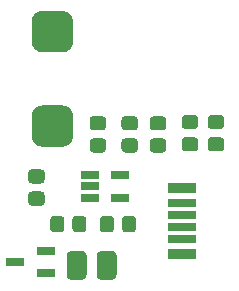
<source format=gbr>
%TF.GenerationSoftware,KiCad,Pcbnew,(5.1.6)-1*%
%TF.CreationDate,2022-07-31T05:26:31+09:00*%
%TF.ProjectId,az-core-bottom,617a2d63-6f72-4652-9d62-6f74746f6d2e,rev?*%
%TF.SameCoordinates,Original*%
%TF.FileFunction,Paste,Top*%
%TF.FilePolarity,Positive*%
%FSLAX46Y46*%
G04 Gerber Fmt 4.6, Leading zero omitted, Abs format (unit mm)*
G04 Created by KiCad (PCBNEW (5.1.6)-1) date 2022-07-31 05:26:31*
%MOMM*%
%LPD*%
G01*
G04 APERTURE LIST*
%ADD10R,1.600000X0.650000*%
%ADD11R,2.400000X0.900000*%
%ADD12R,2.400000X0.800000*%
%ADD13R,2.400000X0.700000*%
G04 APERTURE END LIST*
D10*
%TO.C,U2*%
X150400000Y-112250000D03*
X150400000Y-114150000D03*
X147800000Y-113200000D03*
%TD*%
%TO.C,U1*%
X154100000Y-105850000D03*
X154100000Y-106800000D03*
X154100000Y-107750000D03*
X156700000Y-107750000D03*
X156700000Y-105850000D03*
%TD*%
%TO.C,J3*%
G36*
G01*
X153425000Y-114750000D02*
X152575000Y-114750000D01*
G75*
G02*
X152150000Y-114325000I0J425000D01*
G01*
X152150000Y-112675000D01*
G75*
G02*
X152575000Y-112250000I425000J0D01*
G01*
X153425000Y-112250000D01*
G75*
G02*
X153850000Y-112675000I0J-425000D01*
G01*
X153850000Y-114325000D01*
G75*
G02*
X153425000Y-114750000I-425000J0D01*
G01*
G37*
G36*
G01*
X155965000Y-114750000D02*
X155115000Y-114750000D01*
G75*
G02*
X154690000Y-114325000I0J425000D01*
G01*
X154690000Y-112675000D01*
G75*
G02*
X155115000Y-112250000I425000J0D01*
G01*
X155965000Y-112250000D01*
G75*
G02*
X156390000Y-112675000I0J-425000D01*
G01*
X156390000Y-114325000D01*
G75*
G02*
X155965000Y-114750000I-425000J0D01*
G01*
G37*
%TD*%
%TO.C,R1*%
G36*
G01*
X149200000Y-105362500D02*
X150000000Y-105362500D01*
G75*
G02*
X150300000Y-105662500I0J-300000D01*
G01*
X150300000Y-106262500D01*
G75*
G02*
X150000000Y-106562500I-300000J0D01*
G01*
X149200000Y-106562500D01*
G75*
G02*
X148900000Y-106262500I0J300000D01*
G01*
X148900000Y-105662500D01*
G75*
G02*
X149200000Y-105362500I300000J0D01*
G01*
G37*
G36*
G01*
X149200000Y-107237500D02*
X150000000Y-107237500D01*
G75*
G02*
X150300000Y-107537500I0J-300000D01*
G01*
X150300000Y-108137500D01*
G75*
G02*
X150000000Y-108437500I-300000J0D01*
G01*
X149200000Y-108437500D01*
G75*
G02*
X148900000Y-108137500I0J300000D01*
G01*
X148900000Y-107537500D01*
G75*
G02*
X149200000Y-107237500I300000J0D01*
G01*
G37*
%TD*%
%TO.C,LiPo*%
G36*
G01*
X151825000Y-95450000D02*
X150075000Y-95450000D01*
G75*
G02*
X149200000Y-94575000I0J875000D01*
G01*
X149200000Y-92825000D01*
G75*
G02*
X150075000Y-91950000I875000J0D01*
G01*
X151825000Y-91950000D01*
G75*
G02*
X152700000Y-92825000I0J-875000D01*
G01*
X152700000Y-94575000D01*
G75*
G02*
X151825000Y-95450000I-875000J0D01*
G01*
G37*
G36*
G01*
X151825000Y-103450000D02*
X150075000Y-103450000D01*
G75*
G02*
X149200000Y-102575000I0J875000D01*
G01*
X149200000Y-100825000D01*
G75*
G02*
X150075000Y-99950000I875000J0D01*
G01*
X151825000Y-99950000D01*
G75*
G02*
X152700000Y-100825000I0J-875000D01*
G01*
X152700000Y-102575000D01*
G75*
G02*
X151825000Y-103450000I-875000J0D01*
G01*
G37*
%TD*%
%TO.C,R5*%
G36*
G01*
X164400000Y-100762500D02*
X165200000Y-100762500D01*
G75*
G02*
X165500000Y-101062500I0J-300000D01*
G01*
X165500000Y-101662500D01*
G75*
G02*
X165200000Y-101962500I-300000J0D01*
G01*
X164400000Y-101962500D01*
G75*
G02*
X164100000Y-101662500I0J300000D01*
G01*
X164100000Y-101062500D01*
G75*
G02*
X164400000Y-100762500I300000J0D01*
G01*
G37*
G36*
G01*
X164400000Y-102637500D02*
X165200000Y-102637500D01*
G75*
G02*
X165500000Y-102937500I0J-300000D01*
G01*
X165500000Y-103537500D01*
G75*
G02*
X165200000Y-103837500I-300000J0D01*
G01*
X164400000Y-103837500D01*
G75*
G02*
X164100000Y-103537500I0J300000D01*
G01*
X164100000Y-102937500D01*
G75*
G02*
X164400000Y-102637500I300000J0D01*
G01*
G37*
%TD*%
%TO.C,R4*%
G36*
G01*
X162200000Y-102637500D02*
X163000000Y-102637500D01*
G75*
G02*
X163300000Y-102937500I0J-300000D01*
G01*
X163300000Y-103537500D01*
G75*
G02*
X163000000Y-103837500I-300000J0D01*
G01*
X162200000Y-103837500D01*
G75*
G02*
X161900000Y-103537500I0J300000D01*
G01*
X161900000Y-102937500D01*
G75*
G02*
X162200000Y-102637500I300000J0D01*
G01*
G37*
G36*
G01*
X162200000Y-100762500D02*
X163000000Y-100762500D01*
G75*
G02*
X163300000Y-101062500I0J-300000D01*
G01*
X163300000Y-101662500D01*
G75*
G02*
X163000000Y-101962500I-300000J0D01*
G01*
X162200000Y-101962500D01*
G75*
G02*
X161900000Y-101662500I0J300000D01*
G01*
X161900000Y-101062500D01*
G75*
G02*
X162200000Y-100762500I300000J0D01*
G01*
G37*
%TD*%
D11*
%TO.C,REF\u002A\u002A*%
X161892000Y-106950000D03*
X161892000Y-112494000D03*
D12*
X161892000Y-108180000D03*
X161892000Y-111224000D03*
D13*
X161892000Y-110208000D03*
X161892000Y-109200000D03*
%TD*%
%TO.C,R3\u002A*%
G36*
G01*
X159500000Y-102737500D02*
X160300000Y-102737500D01*
G75*
G02*
X160600000Y-103037500I0J-300000D01*
G01*
X160600000Y-103637500D01*
G75*
G02*
X160300000Y-103937500I-300000J0D01*
G01*
X159500000Y-103937500D01*
G75*
G02*
X159200000Y-103637500I0J300000D01*
G01*
X159200000Y-103037500D01*
G75*
G02*
X159500000Y-102737500I300000J0D01*
G01*
G37*
G36*
G01*
X159500000Y-100862500D02*
X160300000Y-100862500D01*
G75*
G02*
X160600000Y-101162500I0J-300000D01*
G01*
X160600000Y-101762500D01*
G75*
G02*
X160300000Y-102062500I-300000J0D01*
G01*
X159500000Y-102062500D01*
G75*
G02*
X159200000Y-101762500I0J300000D01*
G01*
X159200000Y-101162500D01*
G75*
G02*
X159500000Y-100862500I300000J0D01*
G01*
G37*
%TD*%
%TO.C,R2*%
G36*
G01*
X155200000Y-103937500D02*
X154400000Y-103937500D01*
G75*
G02*
X154100000Y-103637500I0J300000D01*
G01*
X154100000Y-103037500D01*
G75*
G02*
X154400000Y-102737500I300000J0D01*
G01*
X155200000Y-102737500D01*
G75*
G02*
X155500000Y-103037500I0J-300000D01*
G01*
X155500000Y-103637500D01*
G75*
G02*
X155200000Y-103937500I-300000J0D01*
G01*
G37*
G36*
G01*
X155200000Y-102062500D02*
X154400000Y-102062500D01*
G75*
G02*
X154100000Y-101762500I0J300000D01*
G01*
X154100000Y-101162500D01*
G75*
G02*
X154400000Y-100862500I300000J0D01*
G01*
X155200000Y-100862500D01*
G75*
G02*
X155500000Y-101162500I0J-300000D01*
G01*
X155500000Y-101762500D01*
G75*
G02*
X155200000Y-102062500I-300000J0D01*
G01*
G37*
%TD*%
%TO.C,D1*%
G36*
G01*
X157100000Y-100862500D02*
X157900000Y-100862500D01*
G75*
G02*
X158200000Y-101162500I0J-300000D01*
G01*
X158200000Y-101762500D01*
G75*
G02*
X157900000Y-102062500I-300000J0D01*
G01*
X157100000Y-102062500D01*
G75*
G02*
X156800000Y-101762500I0J300000D01*
G01*
X156800000Y-101162500D01*
G75*
G02*
X157100000Y-100862500I300000J0D01*
G01*
G37*
G36*
G01*
X157100000Y-102737500D02*
X157900000Y-102737500D01*
G75*
G02*
X158200000Y-103037500I0J-300000D01*
G01*
X158200000Y-103637500D01*
G75*
G02*
X157900000Y-103937500I-300000J0D01*
G01*
X157100000Y-103937500D01*
G75*
G02*
X156800000Y-103637500I0J300000D01*
G01*
X156800000Y-103037500D01*
G75*
G02*
X157100000Y-102737500I300000J0D01*
G01*
G37*
%TD*%
%TO.C,C1*%
G36*
G01*
X156837500Y-110400000D02*
X156837500Y-109600000D01*
G75*
G02*
X157137500Y-109300000I300000J0D01*
G01*
X157737500Y-109300000D01*
G75*
G02*
X158037500Y-109600000I0J-300000D01*
G01*
X158037500Y-110400000D01*
G75*
G02*
X157737500Y-110700000I-300000J0D01*
G01*
X157137500Y-110700000D01*
G75*
G02*
X156837500Y-110400000I0J300000D01*
G01*
G37*
G36*
G01*
X154962500Y-110400000D02*
X154962500Y-109600000D01*
G75*
G02*
X155262500Y-109300000I300000J0D01*
G01*
X155862500Y-109300000D01*
G75*
G02*
X156162500Y-109600000I0J-300000D01*
G01*
X156162500Y-110400000D01*
G75*
G02*
X155862500Y-110700000I-300000J0D01*
G01*
X155262500Y-110700000D01*
G75*
G02*
X154962500Y-110400000I0J300000D01*
G01*
G37*
%TD*%
%TO.C,C2*%
G36*
G01*
X150762500Y-110400000D02*
X150762500Y-109600000D01*
G75*
G02*
X151062500Y-109300000I300000J0D01*
G01*
X151662500Y-109300000D01*
G75*
G02*
X151962500Y-109600000I0J-300000D01*
G01*
X151962500Y-110400000D01*
G75*
G02*
X151662500Y-110700000I-300000J0D01*
G01*
X151062500Y-110700000D01*
G75*
G02*
X150762500Y-110400000I0J300000D01*
G01*
G37*
G36*
G01*
X152637500Y-110400000D02*
X152637500Y-109600000D01*
G75*
G02*
X152937500Y-109300000I300000J0D01*
G01*
X153537500Y-109300000D01*
G75*
G02*
X153837500Y-109600000I0J-300000D01*
G01*
X153837500Y-110400000D01*
G75*
G02*
X153537500Y-110700000I-300000J0D01*
G01*
X152937500Y-110700000D01*
G75*
G02*
X152637500Y-110400000I0J300000D01*
G01*
G37*
%TD*%
M02*

</source>
